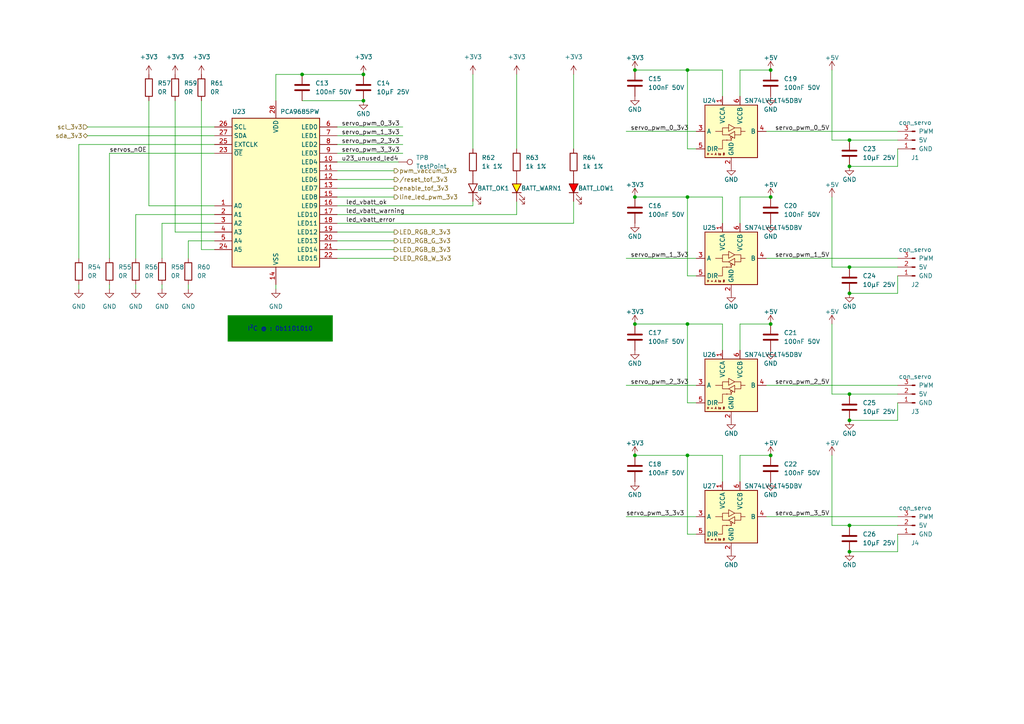
<source format=kicad_sch>
(kicad_sch (version 20230121) (generator eeschema)
  (paper "A4")
  (lib_symbols
    (symbol "cocotter_capacitors:C_100nF_50V_0603" (pin_numbers hide) (pin_names (offset 0.254))
      (property "Reference" "C" (at 0.635 2.54 0))
      (property "Value" "100nF 50V" (at 0.635 -2.54 0))
      (symbol "C_100nF_50V_0603_0_1"
        (polyline (pts (xy -2.032 -0.762) (xy 2.032 -0.762)) (stroke (width 0.508)))
        (polyline (pts (xy -2.032 0.762) (xy 2.032 0.762)) (stroke (width 0.508)))
      )
      (symbol "C_100nF_50V_0603_1_1"
        (pin passive line (at 0 3.81 270) (length 2.794) (name "~") (number "1"))
        (pin passive line (at 0 -3.81 90) (length 2.794) (name "~") (number "2"))
      )
    )
    (symbol "cocotter_capacitors:C_10µF_16V_0805_X5R" (pin_numbers hide) (pin_names (offset 0.254))
      (property "Reference" "C" (at 0.635 2.54 0))
      (property "Value" "10µF 25V" (at 0.635 -2.54 0))
      (symbol "C_10µF_16V_0805_X5R_0_1"
        (polyline (pts (xy -2.032 -0.762) (xy 2.032 -0.762)) (stroke (width 0.508)))
        (polyline (pts (xy -2.032 0.762) (xy 2.032 0.762)) (stroke (width 0.508)))
      )
      (symbol "C_10µF_16V_0805_X5R_1_1"
        (pin passive line (at 0 3.81 270) (length 2.794) (name "~") (number "1"))
        (pin passive line (at 0 -3.81 90) (length 2.794) (name "~") (number "2"))
      )
    )
    (symbol "cocotter_connectors:con_servo" (pin_names (offset 1.016))
      (property "Reference" "J" (at 0 5.08 0))
      (property "Value" "con_servo" (at 0 -5.08 0))
      (symbol "con_servo_1_1"
        (polyline (pts (xy 1.27 -2.54) (xy 0.8636 -2.54)) (stroke (width 0.1524)))
        (polyline (pts (xy 1.27 0) (xy 0.8636 0)) (stroke (width 0.1524)))
        (polyline (pts (xy 1.27 2.54) (xy 0.8636 2.54)) (stroke (width 0.1524)))
        (rectangle (start 0.8636 -2.413) (end 0 -2.667) (stroke (width 0.1524)) (fill (type outline)))
        (rectangle (start 0.8636 0.127) (end 0 -0.127) (stroke (width 0.1524)) (fill (type outline)))
        (rectangle (start 0.8636 2.667) (end 0 2.413) (stroke (width 0.1524)) (fill (type outline)))
        (pin passive line (at 5.08 2.54 180) (length 5.08) (name "GND") (number "1"))
        (pin passive line (at 5.08 0 180) (length 5.08) (name "5V") (number "2"))
        (pin passive line (at 5.08 -2.54 180) (length 5.08) (name "PWM") (number "3"))
      )
    )
    (symbol "cocotter_diodes:red_led_0603" (pin_numbers hide) (pin_names (offset 1.016) hide)
      (property "Reference" "D" (at 0 2.54 0))
      (symbol "red_led_0603_0_1"
        (polyline (pts (xy -1.27 -1.27) (xy -1.27 1.27)) (stroke (width 0.254)))
        (polyline (pts (xy -3.048 -0.762) (xy -4.572 -2.286) (xy -3.81 -2.286) (xy -4.572 -2.286) (xy -4.572 -1.524)))
        (polyline (pts (xy -1.778 -0.762) (xy -3.302 -2.286) (xy -2.54 -2.286) (xy -3.302 -2.286) (xy -3.302 -1.524)))
      )
      (symbol "red_led_0603_1_1"
        (polyline (pts (xy 1.27 -1.27) (xy 1.27 1.27) (xy -1.27 0) (xy 1.27 -1.27)) (stroke (width 0.254)) (fill (type color) (color 255 0 0 1)))
        (pin passive line (at 3.81 0 180) (length 2.54) (name "A") (number "A"))
        (pin passive line (at -3.81 0 0) (length 2.54) (name "C") (number "C"))
      )
    )
    (symbol "cocotter_diodes:white_led_0603" (pin_numbers hide) (pin_names (offset 1.016) hide)
      (property "Reference" "D" (at 0 2.54 0))
      (symbol "white_led_0603_0_1"
        (polyline (pts (xy -1.27 -1.27) (xy -1.27 1.27)) (stroke (width 0.254)))
        (polyline (pts (xy -3.048 -0.762) (xy -4.572 -2.286) (xy -3.81 -2.286) (xy -4.572 -2.286) (xy -4.572 -1.524)))
        (polyline (pts (xy -1.778 -0.762) (xy -3.302 -2.286) (xy -2.54 -2.286) (xy -3.302 -2.286) (xy -3.302 -1.524)))
      )
      (symbol "white_led_0603_1_1"
        (polyline (pts (xy 1.27 -1.27) (xy 1.27 1.27) (xy -1.27 0) (xy 1.27 -1.27)) (stroke (width 0.254)) (fill (type color) (color 255 255 255 1)))
        (pin passive line (at 3.81 0 180) (length 2.54) (name "A") (number "A"))
        (pin passive line (at -3.81 0 0) (length 2.54) (name "C") (number "C"))
      )
    )
    (symbol "cocotter_diodes:yellow_led_0805" (pin_numbers hide) (pin_names (offset 1.016) hide)
      (property "Reference" "D" (at 0 2.54 0))
      (symbol "yellow_led_0805_0_1"
        (polyline (pts (xy -1.27 -1.27) (xy -1.27 1.27)) (stroke (width 0.254)))
        (polyline (pts (xy -3.048 -0.762) (xy -4.572 -2.286) (xy -3.81 -2.286) (xy -4.572 -2.286) (xy -4.572 -1.524)))
        (polyline (pts (xy -1.778 -0.762) (xy -3.302 -2.286) (xy -2.54 -2.286) (xy -3.302 -2.286) (xy -3.302 -1.524)))
      )
      (symbol "yellow_led_0805_1_1"
        (polyline (pts (xy 1.27 -1.27) (xy 1.27 1.27) (xy -1.27 0) (xy 1.27 -1.27)) (stroke (width 0.254)) (fill (type color) (color 255 255 0 1)))
        (pin passive line (at 3.81 0 180) (length 2.54) (name "A") (number "A"))
        (pin passive line (at -3.81 0 0) (length 2.54) (name "C") (number "C"))
      )
    )
    (symbol "cocotter_ic:PCA9685PW"
      (property "Reference" "U" (at -12.7 22.225 0))
      (property "Value" "PCA9685PW" (at 1.27 22.225 0))
      (symbol "PCA9685PW_0_1"
        (rectangle (start -12.7 20.32) (end 12.7 -22.86) (stroke (width 0.254)) (fill (type background)))
      )
      (symbol "PCA9685PW_1_1"
        (pin input line (at -17.78 -5.08 0) (length 5.08) (name "A0") (number "1"))
        (pin output line (at 17.78 7.62 180) (length 5.08) (name "LED4") (number "10"))
        (pin output line (at 17.78 5.08 180) (length 5.08) (name "LED5") (number "11"))
        (pin output line (at 17.78 2.54 180) (length 5.08) (name "LED6") (number "12"))
        (pin output line (at 17.78 0 180) (length 5.08) (name "LED7") (number "13"))
        (pin power_in line (at 0 -27.94 90) (length 5.08) (name "VSS") (number "14"))
        (pin output line (at 17.78 -2.54 180) (length 5.08) (name "LED8") (number "15"))
        (pin output line (at 17.78 -5.08 180) (length 5.08) (name "LED9") (number "16"))
        (pin output line (at 17.78 -7.62 180) (length 5.08) (name "LED10") (number "17"))
        (pin output line (at 17.78 -10.16 180) (length 5.08) (name "LED11") (number "18"))
        (pin output line (at 17.78 -12.7 180) (length 5.08) (name "LED12") (number "19"))
        (pin input line (at -17.78 -7.62 0) (length 5.08) (name "A1") (number "2"))
        (pin output line (at 17.78 -15.24 180) (length 5.08) (name "LED13") (number "20"))
        (pin output line (at 17.78 -17.78 180) (length 5.08) (name "LED14") (number "21"))
        (pin output line (at 17.78 -20.32 180) (length 5.08) (name "LED15") (number "22"))
        (pin input line (at -17.78 10.16 0) (length 5.08) (name "~{OE}") (number "23"))
        (pin input line (at -17.78 -17.78 0) (length 5.08) (name "A5") (number "24"))
        (pin input line (at -17.78 12.7 0) (length 5.08) (name "EXTCLK") (number "25"))
        (pin input line (at -17.78 17.78 0) (length 5.08) (name "SCL") (number "26"))
        (pin bidirectional line (at -17.78 15.24 0) (length 5.08) (name "SDA") (number "27"))
        (pin power_in line (at 0 25.4 270) (length 5.08) (name "VDD") (number "28"))
        (pin input line (at -17.78 -10.16 0) (length 5.08) (name "A2") (number "3"))
        (pin input line (at -17.78 -12.7 0) (length 5.08) (name "A3") (number "4"))
        (pin input line (at -17.78 -15.24 0) (length 5.08) (name "A4") (number "5"))
        (pin output line (at 17.78 17.78 180) (length 5.08) (name "LED0") (number "6"))
        (pin output line (at 17.78 15.24 180) (length 5.08) (name "LED1") (number "7"))
        (pin output line (at 17.78 12.7 180) (length 5.08) (name "LED2") (number "8"))
        (pin output line (at 17.78 10.16 180) (length 5.08) (name "LED3") (number "9"))
      )
    )
    (symbol "cocotter_ic:SN74LVC1T45DBV"
      (property "Reference" "U" (at -6.35 8.89 0))
      (property "Value" "SN74LVC1T45DBV" (at 3.81 8.89 0))
      (symbol "SN74LVC1T45DBV_0_1"
        (rectangle (start -7.62 7.62) (end 7.62 -7.62) (stroke (width 0.254)) (fill (type background)))
        (circle (center -1.27 -2.54) (radius 0.0001))
        (circle (center 0 -2.54) (radius 0.0001))
        (polyline (pts (xy -1.27 -2.54) (xy -1.27 -2.54)))
        (polyline (pts (xy -2.54 0) (xy -2.54 1.016) (xy -0.762 1.016)))
        (polyline (pts (xy 2.794 0) (xy 2.794 -1.016) (xy 1.016 -1.016)))
        (polyline (pts (xy -0.762 -1.016) (xy -2.54 -1.016) (xy -2.54 0) (xy -4.572 0)))
        (polyline (pts (xy -0.762 0) (xy -0.762 2.032) (xy 1.016 1.016) (xy -0.762 0)))
        (polyline (pts (xy 1.016 1.016) (xy 2.794 1.016) (xy 2.794 0) (xy 4.064 0)))
        (polyline (pts (xy 1.016 0) (xy 1.016 -1.778) (xy 1.016 -2.032) (xy -0.762 -1.016) (xy 1.016 0)))
        (polyline (pts (xy -3.81 -5.08) (xy -2.54 -5.08) (xy -2.54 -2.54) (xy 0 -2.54) (xy 0 -2.0585) (xy 0 -2.54)))
        (circle (center 0.0186 -1.7781) (radius 0.2714))
      )
      (symbol "SN74LVC1T45DBV_1_1"
        (text "H = A to B" (at -4.4852 -6.5911 0) (effects (font (size 0.6 0.6) italic)))
        (pin power_in line (at -2.54 10.16 270) (length 2.54) (name "VCCA") (number "1"))
        (pin passive line (at 0 -10.16 90) (length 2.54) (name "GND") (number "2"))
        (pin bidirectional line (at -10.16 0 0) (length 2.54) (name "A") (number "3"))
        (pin bidirectional line (at 10.16 0 180) (length 2.54) (name "B") (number "4"))
        (pin input line (at -10.16 -5.08 0) (length 2.54) (name "DIR") (number "5"))
        (pin power_in line (at 2.54 10.16 270) (length 2.54) (name "VCCB") (number "6"))
      )
    )
    (symbol "cocotter_others:TestPoint" (pin_numbers hide) (pin_names (offset 0.762) hide) (in_bom no)
      (property "Reference" "TP" (at 0 6.858 0))
      (property "Value" "TestPoint" (at 0 5.08 0))
      (symbol "TestPoint_0_1"
        (circle (center 0 3.302) (radius 0.762))
      )
      (symbol "TestPoint_1_1"
        (pin passive line (at 0 0 90) (length 2.54) (name "1") (number "1"))
      )
    )
    (symbol "cocotter_resistors:R_0R_0603" (pin_numbers hide) (pin_names (offset 0))
      (property "Reference" "R" (at 1.27 1.27 0))
      (property "Value" "0R" (at 3.81 -1.27 0))
      (symbol "R_0R_0603_0_1"
        (rectangle (start -1.016 -2.54) (end 1.016 2.54) (stroke (width 0.254)))
      )
      (symbol "R_0R_0603_1_1"
        (pin passive line (at 0 3.81 270) (length 1.27) (name "~") (number "1"))
        (pin passive line (at 0 -3.81 90) (length 1.27) (name "~") (number "2"))
      )
    )
    (symbol "cocotter_resistors:R_1k_0603_1%" (pin_numbers hide) (pin_names (offset 0))
      (property "Reference" "R" (at 1.27 1.27 0))
      (property "Value" "1k 1%" (at 3.81 -1.27 0))
      (symbol "R_1k_0603_1%_0_1"
        (rectangle (start -1.016 -2.54) (end 1.016 2.54) (stroke (width 0.254)))
      )
      (symbol "R_1k_0603_1%_1_1"
        (pin passive line (at 0 3.81 270) (length 1.27) (name "~") (number "1"))
        (pin passive line (at 0 -3.81 90) (length 1.27) (name "~") (number "2"))
      )
    )
    (symbol "power:+3V3" (power) (pin_names (offset 0))
      (property "Value" "+3V3" (at 0 3.556 0))
      (symbol "+3V3_0_1"
        (polyline (pts (xy -0.762 1.27) (xy 0 2.54)))
        (polyline (pts (xy 0 0) (xy 0 2.54)))
        (polyline (pts (xy 0 2.54) (xy 0.762 1.27)))
      )
      (symbol "+3V3_1_1"
        (pin power_in line (at 0 0 90) (length 0) hide (name "+3V3") (number "1"))
      )
    )
    (symbol "power:+5V" (power) (pin_names (offset 0))
      (property "Value" "+5V" (at 0 3.556 0))
      (symbol "+5V_0_1"
        (polyline (pts (xy -0.762 1.27) (xy 0 2.54)))
        (polyline (pts (xy 0 0) (xy 0 2.54)))
        (polyline (pts (xy 0 2.54) (xy 0.762 1.27)))
      )
      (symbol "+5V_1_1"
        (pin power_in line (at 0 0 90) (length 0) hide (name "+5V") (number "1"))
      )
    )
    (symbol "power:GND" (power) (pin_names (offset 0))
      (property "Value" "GND" (at 0 -3.81 0))
      (symbol "GND_0_1"
        (polyline (pts (xy 0 0) (xy 0 -1.27) (xy 1.27 -1.27) (xy 0 -2.54) (xy -1.27 -1.27) (xy 0 -1.27)))
      )
      (symbol "GND_1_1"
        (pin power_in line (at 0 0 270) (length 0) hide (name "GND") (number "1"))
      )
    )
  )
  (junction (at 246.38 85.09))
  (junction (at 87.63 21.59))
  (junction (at 199.39 93.98))
  (junction (at 246.38 152.4))
  (junction (at 223.52 57.15))
  (junction (at 184.15 132.08))
  (junction (at 199.39 20.32))
  (junction (at 184.15 57.15))
  (junction (at 223.52 20.32))
  (junction (at 105.41 29.21))
  (junction (at 223.52 132.08))
  (junction (at 246.38 160.02))
  (junction (at 246.38 114.3))
  (junction (at 199.39 132.08))
  (junction (at 184.15 20.32))
  (junction (at 246.38 121.92))
  (junction (at 184.15 93.98))
  (junction (at 246.38 77.47))
  (junction (at 246.38 48.26))
  (junction (at 223.52 93.98))
  (junction (at 246.38 40.64))
  (junction (at 105.41 21.59))
  (junction (at 199.39 57.15))
  (wire (pts (xy 222.25 149.86) (xy 260.35 149.86)))
  (wire (pts (xy 97.79 69.85) (xy 114.3 69.85)))
  (wire (pts (xy 97.79 64.77) (xy 166.37 64.77)))
  (wire (pts (xy 223.52 57.15) (xy 214.63 57.15)))
  (wire (pts (xy 62.23 36.83) (xy 25.4 36.83)))
  (wire (pts (xy 97.79 67.31) (xy 114.3 67.31)))
  (wire (pts (xy 46.99 82.55) (xy 46.99 83.82)))
  (wire (pts (xy 260.35 160.02) (xy 260.35 154.94)))
  (wire (pts (xy 62.23 69.85) (xy 54.61 69.85)))
  (wire (pts (xy 241.3 40.64) (xy 246.38 40.64)))
  (wire (pts (xy 58.42 29.21) (xy 58.42 72.39)))
  (wire (pts (xy 39.37 62.23) (xy 39.37 74.93)))
  (wire (pts (xy 87.63 29.21) (xy 105.41 29.21)))
  (wire (pts (xy 22.86 82.55) (xy 22.86 83.82)))
  (wire (pts (xy 181.61 38.1) (xy 201.93 38.1)))
  (wire (pts (xy 199.39 93.98) (xy 199.39 116.84)))
  (wire (pts (xy 201.93 80.01) (xy 199.39 80.01)))
  (wire (pts (xy 246.38 152.4) (xy 260.35 152.4)))
  (wire (pts (xy 199.39 57.15) (xy 209.55 57.15)))
  (wire (pts (xy 62.23 64.77) (xy 46.99 64.77)))
  (wire (pts (xy 80.01 21.59) (xy 87.63 21.59)))
  (wire (pts (xy 214.63 93.98) (xy 214.63 101.6)))
  (wire (pts (xy 222.25 38.1) (xy 260.35 38.1)))
  (wire (pts (xy 241.3 93.98) (xy 241.3 114.3)))
  (wire (pts (xy 246.38 40.64) (xy 260.35 40.64)))
  (wire (pts (xy 209.55 93.98) (xy 209.55 101.6)))
  (wire (pts (xy 97.79 36.83) (xy 116.84 36.83)))
  (wire (pts (xy 260.35 85.09) (xy 260.35 80.01)))
  (wire (pts (xy 184.15 132.08) (xy 199.39 132.08)))
  (wire (pts (xy 199.39 20.32) (xy 209.55 20.32)))
  (wire (pts (xy 199.39 93.98) (xy 209.55 93.98)))
  (wire (pts (xy 181.61 149.86) (xy 201.93 149.86)))
  (wire (pts (xy 184.15 57.15) (xy 199.39 57.15)))
  (wire (pts (xy 181.61 74.93) (xy 201.93 74.93)))
  (wire (pts (xy 246.38 77.47) (xy 260.35 77.47)))
  (wire (pts (xy 209.55 132.08) (xy 209.55 139.7)))
  (wire (pts (xy 22.86 41.91) (xy 22.86 74.93)))
  (wire (pts (xy 201.93 154.94) (xy 199.39 154.94)))
  (wire (pts (xy 39.37 82.55) (xy 39.37 83.82)))
  (wire (pts (xy 62.23 41.91) (xy 22.86 41.91)))
  (wire (pts (xy 25.4 39.37) (xy 62.23 39.37)))
  (wire (pts (xy 246.38 160.02) (xy 260.35 160.02)))
  (wire (pts (xy 222.25 111.76) (xy 260.35 111.76)))
  (wire (pts (xy 31.75 44.45) (xy 62.23 44.45)))
  (wire (pts (xy 137.16 21.59) (xy 137.16 43.18)))
  (wire (pts (xy 223.52 132.08) (xy 214.63 132.08)))
  (wire (pts (xy 62.23 62.23) (xy 39.37 62.23)))
  (wire (pts (xy 166.37 21.59) (xy 166.37 43.18)))
  (wire (pts (xy 31.75 82.55) (xy 31.75 83.82)))
  (wire (pts (xy 166.37 58.42) (xy 166.37 64.77)))
  (wire (pts (xy 260.35 48.26) (xy 260.35 43.18)))
  (wire (pts (xy 222.25 74.93) (xy 260.35 74.93)))
  (wire (pts (xy 31.75 74.93) (xy 31.75 44.45)))
  (wire (pts (xy 97.79 57.15) (xy 114.3 57.15)))
  (wire (pts (xy 241.3 77.47) (xy 246.38 77.47)))
  (wire (pts (xy 199.39 20.32) (xy 199.39 43.18)))
  (wire (pts (xy 97.79 59.69) (xy 137.16 59.69)))
  (wire (pts (xy 50.8 29.21) (xy 50.8 67.31)))
  (wire (pts (xy 80.01 21.59) (xy 80.01 29.21)))
  (wire (pts (xy 260.35 121.92) (xy 260.35 116.84)))
  (wire (pts (xy 201.93 43.18) (xy 199.39 43.18)))
  (wire (pts (xy 209.55 57.15) (xy 209.55 64.77)))
  (wire (pts (xy 241.3 132.08) (xy 241.3 152.4)))
  (wire (pts (xy 97.79 39.37) (xy 116.84 39.37)))
  (wire (pts (xy 214.63 132.08) (xy 214.63 139.7)))
  (wire (pts (xy 137.16 58.42) (xy 137.16 59.69)))
  (wire (pts (xy 97.79 72.39) (xy 114.3 72.39)))
  (wire (pts (xy 62.23 72.39) (xy 58.42 72.39)))
  (wire (pts (xy 97.79 44.45) (xy 116.84 44.45)))
  (wire (pts (xy 201.93 116.84) (xy 199.39 116.84)))
  (wire (pts (xy 149.86 58.42) (xy 149.86 62.23)))
  (wire (pts (xy 184.15 93.98) (xy 199.39 93.98)))
  (wire (pts (xy 43.18 29.21) (xy 43.18 59.69)))
  (wire (pts (xy 241.3 20.32) (xy 241.3 40.64)))
  (wire (pts (xy 54.61 82.55) (xy 54.61 83.82)))
  (wire (pts (xy 241.3 57.15) (xy 241.3 77.47)))
  (wire (pts (xy 97.79 74.93) (xy 114.3 74.93)))
  (wire (pts (xy 223.52 93.98) (xy 214.63 93.98)))
  (wire (pts (xy 209.55 20.32) (xy 209.55 27.94)))
  (wire (pts (xy 241.3 152.4) (xy 246.38 152.4)))
  (wire (pts (xy 199.39 132.08) (xy 199.39 154.94)))
  (wire (pts (xy 214.63 57.15) (xy 214.63 64.77)))
  (wire (pts (xy 62.23 59.69) (xy 43.18 59.69)))
  (wire (pts (xy 46.99 64.77) (xy 46.99 74.93)))
  (wire (pts (xy 97.79 46.99) (xy 115.57 46.99)))
  (wire (pts (xy 199.39 57.15) (xy 199.39 80.01)))
  (wire (pts (xy 184.15 20.32) (xy 199.39 20.32)))
  (wire (pts (xy 246.38 48.26) (xy 260.35 48.26)))
  (wire (pts (xy 114.3 49.53) (xy 97.79 49.53)))
  (wire (pts (xy 80.01 83.82) (xy 80.01 82.55)))
  (wire (pts (xy 54.61 69.85) (xy 54.61 74.93)))
  (wire (pts (xy 87.63 21.59) (xy 105.41 21.59)))
  (wire (pts (xy 199.39 132.08) (xy 209.55 132.08)))
  (wire (pts (xy 62.23 67.31) (xy 50.8 67.31)))
  (wire (pts (xy 241.3 114.3) (xy 246.38 114.3)))
  (wire (pts (xy 97.79 54.61) (xy 114.3 54.61)))
  (wire (pts (xy 97.79 41.91) (xy 116.84 41.91)))
  (wire (pts (xy 181.61 111.76) (xy 201.93 111.76)))
  (wire (pts (xy 97.79 52.07) (xy 114.3 52.07)))
  (wire (pts (xy 223.52 20.32) (xy 214.63 20.32)))
  (wire (pts (xy 149.86 43.18) (xy 149.86 21.59)))
  (wire (pts (xy 246.38 114.3) (xy 260.35 114.3)))
  (wire (pts (xy 97.79 62.23) (xy 149.86 62.23)))
  (wire (pts (xy 214.63 20.32) (xy 214.63 27.94)))
  (wire (pts (xy 246.38 85.09) (xy 260.35 85.09)))
  (wire (pts (xy 246.38 121.92) (xy 260.35 121.92)))
  (text_box "I²C @ : 0b1101010" (at 66.04 91.44 0) (size 30.48 7.62) (stroke (width -0.0001)) (fill (type color) (color 0 132 0 1)) (effects (font (size 1.27 1.27))))
  (label "servos_nOE" (at 31.75 44.45 0))
  (label "servo_pwm_1_5V" (at 224.79 74.93 0))
  (label "servo_pwm_0_5V" (at 224.79 38.1 0))
  (label "led_vbatt_warning" (at 100.33 62.23 0))
  (label "servo_pwm_2_3v3" (at 99.06 41.91 0))
  (label "servo_pwm_1_3v3" (at 182.88 74.93 0))
  (label "servo_pwm_3_5V" (at 224.79 149.86 0))
  (label "u23_unused_led4" (at 99.06 46.99 0))
  (label "led_vbatt_error" (at 100.33 64.77 0))
  (label "servo_pwm_0_3v3" (at 99.06 36.83 0))
  (label "servo_pwm_2_5V" (at 224.79 111.76 0))
  (label "servo_pwm_3_3v3" (at 99.06 44.45 0))
  (label "servo_pwm_3_3v3" (at 181.61 149.86 0))
  (label "led_vbatt_ok" (at 100.33 59.69 0))
  (label "servo_pwm_2_3v3" (at 182.88 111.76 0))
  (label "servo_pwm_0_3v3" (at 182.88 38.1 0))
  (label "servo_pwm_1_3v3" (at 99.06 39.37 0))
  (hierarchical_label "{slash}reset_tof_3v3" (shape output) (at 114.3 52.07 0))
  (hierarchical_label "sda_3v3" (shape bidirectional) (at 25.4 39.37 180))
  (hierarchical_label "line_led_pwm_3v3" (shape output) (at 114.3 57.15 0))
  (hierarchical_label "LED_RGB_G_3v3" (shape output) (at 114.3 69.85 0))
  (hierarchical_label "LED_RGB_R_3v3" (shape output) (at 114.3 67.31 0))
  (hierarchical_label "enable_tof_3v3" (shape output) (at 114.3 54.61 0))
  (hierarchical_label "pwm_vaccum_3v3" (shape output) (at 114.3 49.53 0))
  (hierarchical_label "scl_3v3" (shape input) (at 25.4 36.83 180))
  (hierarchical_label "LED_RGB_B_3v3" (shape output) (at 114.3 72.39 0))
  (hierarchical_label "LED_RGB_W_3v3" (shape output) (at 114.3 74.93 0))
  (symbol (lib_id "power:GND") (at 212.09 121.92 0) (unit 1)
    (property "Reference" "#PWR0201" (effects hide))
    (property "Value" "GND" (at 212.09 125.73 0))
  )
  (symbol (lib_id "cocotter_ic:PCA9685PW") (at 80.01 54.61 0) (unit 1)
    (property "Reference" "U23" (at 67.31 32.385 0) (effects (justify left)))
    (property "Value" "PCA9685PW" (at 81.28 32.385 0) (effects (justify left)))
    (property "Footprint" "Package_SO:TSSOP-28_4.4x9.7mm_P0.65mm" (effects hide))
    (property "Datasheet" "http://www.nxp.com/docs/en/data-sheet/PCA9685.pdf" (effects hide))
    (property "JLCPCB" "C2678753" (effects hide))
  )
  (symbol (lib_id "power:+3V3") (at 184.15 132.08 0) (unit 1)
    (property "Reference" "#PWR0205" (effects hide))
    (property "Value" "+3V3" (at 184.15 128.524 0))
  )
  (symbol (lib_id "cocotter_capacitors:C_100nF_50V_0603") (at 223.52 60.96 0) (unit 1)
    (property "Reference" "C20" (at 227.33 59.69 0) (effects (justify left)))
    (property "Value" "100nF 50V" (at 227.33 62.23 0) (effects (justify left)))
    (property "Footprint" "cocotter_capacitors:C_0603_1608Metric" (effects hide))
    (property "Specification" "100nF 50V X7R 0603 " (effects hide))
    (property "JLCPCB" "C14663" (effects hide))
  )
  (symbol (lib_id "cocotter_capacitors:C_100nF_50V_0603") (at 223.52 24.13 0) (unit 1)
    (property "Reference" "C19" (at 227.33 22.86 0) (effects (justify left)))
    (property "Value" "100nF 50V" (at 227.33 25.4 0) (effects (justify left)))
    (property "Footprint" "cocotter_capacitors:C_0603_1608Metric" (effects hide))
    (property "Specification" "100nF 50V X7R 0603 " (effects hide))
    (property "JLCPCB" "C14663" (effects hide))
  )
  (symbol (lib_id "cocotter_capacitors:C_10µF_16V_0805_X5R") (at 246.38 44.45 0) (unit 1)
    (property "Reference" "C23" (at 250.19 43.18 0) (effects (justify left)))
    (property "Value" "10µF 25V" (at 250.19 45.72 0) (effects (justify left)))
    (property "Footprint" "cocotter_capacitors:C_0805_2012Metric" (effects hide))
    (property "Specification" "10µF 25V X5R 0805 " (effects hide))
    (property "JLCPCB" "C15850" (effects hide))
  )
  (symbol (lib_id "power:+5V") (at 223.52 93.98 0) (unit 1)
    (property "Reference" "#PWR0212" (effects hide))
    (property "Value" "+5V" (at 223.52 90.424 0))
  )
  (symbol (lib_id "cocotter_capacitors:C_10µF_16V_0805_X5R") (at 246.38 156.21 0) (unit 1)
    (property "Reference" "C26" (at 250.19 154.94 0) (effects (justify left)))
    (property "Value" "10µF 25V" (at 250.19 157.48 0) (effects (justify left)))
    (property "Footprint" "cocotter_capacitors:C_0805_2012Metric" (effects hide))
    (property "Specification" "10µF 25V X5R 0805 " (effects hide))
    (property "JLCPCB" "C15850" (effects hide))
  )
  (symbol (lib_id "cocotter_resistors:R_1k_0603_1%") (at 137.16 46.99 0) (unit 1)
    (property "Reference" "R62" (at 139.7 45.72 0) (effects (justify left)))
    (property "Value" "1k 1%" (at 139.7 48.26 0) (effects (justify left)))
    (property "Footprint" "cocotter_resistor:r0603_reflow" (effects hide))
    (property "Specification" "1k 0603 1% 100mW" (effects hide))
    (property "JLCPCB" "C2991540" (effects hide))
  )
  (symbol (lib_id "cocotter_resistors:R_0R_0603") (at 39.37 78.74 0) (unit 1)
    (property "Reference" "R56" (at 41.91 77.47 0) (effects (justify left)))
    (property "Value" "0R" (at 41.91 80.01 0) (effects (justify left)))
    (property "Footprint" "cocotter_resistor:r0603_reflow" (effects hide))
    (property "Specification" "0R 0603 20mOhms max 100mW" (effects hide))
    (property "JLCPCB" "C21189" (effects hide))
  )
  (symbol (lib_id "power:GND") (at 246.38 121.92 0) (unit 1)
    (property "Reference" "#PWR0226" (effects hide))
    (property "Value" "GND" (at 246.38 125.73 0))
  )
  (symbol (lib_id "power:+3V3") (at 184.15 93.98 0) (unit 1)
    (property "Reference" "#PWR0203" (effects hide))
    (property "Value" "+3V3" (at 184.15 90.424 0))
  )
  (symbol (lib_id "cocotter_resistors:R_0R_0603") (at 22.86 78.74 0) (unit 1)
    (property "Reference" "R54" (at 25.4 77.47 0) (effects (justify left)))
    (property "Value" "0R" (at 25.4 80.01 0) (effects (justify left)))
    (property "Footprint" "cocotter_resistor:r0603_reflow" (effects hide))
    (property "Specification" "0R 0603 20mOhms max 100mW" (effects hide))
    (property "JLCPCB" "C21189" (effects hide))
  )
  (symbol (lib_id "cocotter_resistors:R_0R_0603") (at 31.75 78.74 0) (unit 1)
    (property "Reference" "R55" (at 34.29 77.47 0) (effects (justify left)))
    (property "Value" "0R" (at 34.29 80.01 0) (effects (justify left)))
    (property "Footprint" "cocotter_resistor:r0603_reflow" (effects hide))
    (property "Specification" "0R 0603 20mOhms max 100mW" (effects hide))
    (property "JLCPCB" "C21189" (effects hide))
  )
  (symbol (lib_id "cocotter_connectors:con_servo") (at 265.43 114.3 180) (unit 1)
    (property "Reference" "J3" (at 265.43 119.38 0))
    (property "Value" "con_servo" (at 265.43 109.22 0))
    (property "Footprint" "cocotter_connectors:ana_servo_5V" (effects hide))
    (property "JLCPCB" "C2932698" (effects hide))
  )
  (symbol (lib_id "power:GND") (at 212.09 85.09 0) (unit 1)
    (property "Reference" "#PWR0213" (effects hide))
    (property "Value" "GND" (at 212.09 88.9 0))
  )
  (symbol (lib_id "power:GND") (at 212.09 48.26 0) (unit 1)
    (property "Reference" "#PWR0190" (effects hide))
    (property "Value" "GND" (at 212.09 52.07 0))
  )
  (symbol (lib_id "power:+3V3") (at 149.86 21.59 0) (unit 1)
    (property "Reference" "#PWR0227" (effects hide))
    (property "Value" "+3V3" (at 149.86 16.51 0))
  )
  (symbol (lib_id "power:GND") (at 246.38 48.26 0) (unit 1)
    (property "Reference" "#PWR0210" (effects hide))
    (property "Value" "GND" (at 246.38 52.07 0))
  )
  (symbol (lib_id "power:+5V") (at 241.3 20.32 0) (unit 1)
    (property "Reference" "#PWR0195" (effects hide))
    (property "Value" "+5V" (at 241.3 16.764 0))
  )
  (symbol (lib_id "cocotter_resistors:R_0R_0603") (at 50.8 25.4 0) (unit 1)
    (property "Reference" "R59" (at 53.34 24.13 0) (effects (justify left)))
    (property "Value" "0R" (at 53.34 26.67 0) (effects (justify left)))
    (property "Footprint" "cocotter_resistor:r0603_reflow" (effects hide))
    (property "Specification" "0R 0603 20mOhms max 100mW" (effects hide))
    (property "JLCPCB" "C21189" (effects hide))
  )
  (symbol (lib_id "power:GND") (at 212.09 160.02 0) (unit 1)
    (property "Reference" "#PWR0202" (effects hide))
    (property "Value" "GND" (at 212.09 163.83 0))
  )
  (symbol (lib_id "power:GND") (at 31.75 83.82 0) (unit 1)
    (property "Reference" "#PWR0214" (effects hide))
    (property "Value" "GND" (at 31.75 88.9 0))
  )
  (symbol (lib_id "cocotter_ic:SN74LVC1T45DBV") (at 212.09 111.76 0) (unit 1)
    (property "Reference" "U26" (at 205.74 102.87 0))
    (property "Value" "SN74LVC1T45DBV" (at 215.9 102.87 0) (effects (justify left)))
    (property "Footprint" "Package_TO_SOT_SMD:SOT-23-6" (effects hide))
    (property "Datasheet" "http://www.ti.com/lit/ds/symlink/sn74lvc1t45.pdf" (effects hide))
    (property "JLCPCB" "C7843" (effects hide))
  )
  (symbol (lib_id "power:+3V3") (at 105.41 21.59 0) (unit 1)
    (property "Reference" "#PWR0189" (effects hide))
    (property "Value" "+3V3" (at 105.41 16.51 0))
  )
  (symbol (lib_id "cocotter_capacitors:C_100nF_50V_0603") (at 184.15 24.13 0) (unit 1)
    (property "Reference" "C15" (at 187.96 22.86 0) (effects (justify left)))
    (property "Value" "100nF 50V" (at 187.96 25.4 0) (effects (justify left)))
    (property "Footprint" "cocotter_capacitors:C_0603_1608Metric" (effects hide))
    (property "Specification" "100nF 50V X7R 0603 " (effects hide))
    (property "JLCPCB" "C14663" (effects hide))
  )
  (symbol (lib_id "power:GND") (at 80.01 83.82 0) (unit 1)
    (property "Reference" "#PWR0216" (effects hide))
    (property "Value" "GND" (at 80.01 88.9 0))
  )
  (symbol (lib_id "power:+5V") (at 223.52 20.32 0) (unit 1)
    (property "Reference" "#PWR0196" (effects hide))
    (property "Value" "+5V" (at 223.52 16.764 0))
  )
  (symbol (lib_id "cocotter_connectors:con_servo") (at 265.43 77.47 180) (unit 1)
    (property "Reference" "J2" (at 265.43 82.55 0))
    (property "Value" "con_servo" (at 265.43 72.39 0))
    (property "Footprint" "cocotter_connectors:ana_servo_5V" (effects hide))
    (property "JLCPCB" "C2932698" (effects hide))
  )
  (symbol (lib_id "cocotter_capacitors:C_100nF_50V_0603") (at 184.15 60.96 0) (unit 1)
    (property "Reference" "C16" (at 187.96 59.69 0) (effects (justify left)))
    (property "Value" "100nF 50V" (at 187.96 62.23 0) (effects (justify left)))
    (property "Footprint" "cocotter_capacitors:C_0603_1608Metric" (effects hide))
    (property "Specification" "100nF 50V X7R 0603 " (effects hide))
    (property "JLCPCB" "C14663" (effects hide))
  )
  (symbol (lib_id "power:+3V3") (at 58.42 21.59 0) (unit 1)
    (property "Reference" "#PWR0220" (effects hide))
    (property "Value" "+3V3" (at 58.42 16.51 0))
  )
  (symbol (lib_id "power:+5V") (at 223.52 132.08 0) (unit 1)
    (property "Reference" "#PWR0207" (effects hide))
    (property "Value" "+5V" (at 223.52 128.524 0))
  )
  (symbol (lib_id "cocotter_resistors:R_0R_0603") (at 58.42 25.4 0) (unit 1)
    (property "Reference" "R61" (at 60.96 24.13 0) (effects (justify left)))
    (property "Value" "0R" (at 60.96 26.67 0) (effects (justify left)))
    (property "Footprint" "cocotter_resistor:r0603_reflow" (effects hide))
    (property "Specification" "0R 0603 20mOhms max 100mW" (effects hide))
    (property "JLCPCB" "C21189" (effects hide))
  )
  (symbol (lib_id "power:+3V3") (at 166.37 21.59 0) (unit 1)
    (property "Reference" "#PWR0228" (effects hide))
    (property "Value" "+3V3" (at 166.37 16.51 0))
  )
  (symbol (lib_id "power:GND") (at 246.38 160.02 0) (unit 1)
    (property "Reference" "#PWR0223" (effects hide))
    (property "Value" "GND" (at 246.38 163.83 0))
  )
  (symbol (lib_id "cocotter_capacitors:C_100nF_50V_0603") (at 184.15 135.89 0) (unit 1)
    (property "Reference" "C18" (at 187.96 134.62 0) (effects (justify left)))
    (property "Value" "100nF 50V" (at 187.96 137.16 0) (effects (justify left)))
    (property "Footprint" "cocotter_capacitors:C_0603_1608Metric" (effects hide))
    (property "Specification" "100nF 50V X7R 0603 " (effects hide))
    (property "JLCPCB" "C14663" (effects hide))
  )
  (symbol (lib_id "cocotter_connectors:con_servo") (at 265.43 40.64 180) (unit 1)
    (property "Reference" "J1" (at 265.43 45.72 0))
    (property "Value" "con_servo" (at 265.43 35.56 0))
    (property "Footprint" "cocotter_connectors:ana_servo_5V" (effects hide))
    (property "JLCPCB" "C2932698" (effects hide))
  )
  (symbol (lib_id "cocotter_capacitors:C_100nF_50V_0603") (at 184.15 97.79 0) (unit 1)
    (property "Reference" "C17" (at 187.96 96.52 0) (effects (justify left)))
    (property "Value" "100nF 50V" (at 187.96 99.06 0) (effects (justify left)))
    (property "Footprint" "cocotter_capacitors:C_0603_1608Metric" (effects hide))
    (property "Specification" "100nF 50V X7R 0603 " (effects hide))
    (property "JLCPCB" "C14663" (effects hide))
  )
  (symbol (lib_id "cocotter_diodes:red_led_0603") (at 166.37 54.61 90) (unit 1)
    (property "Reference" "BATT_LOW1" (at 167.64 54.61 90) (effects (justify right)))
    (property "Value" "red, 0603" (effects hide))
    (property "Footprint" "cocotter_diodes:LED_0603_1608Metric" (effects hide))
    (property "DIGIKEY_REF" "3147-B1931USD-20D000814U1930CT-ND" (effects hide))
    (property "MOUSER_REF" "710-150060RS75000" (effects hide))
    (property "JLCPCB" "C2286" (effects hide))
  )
  (symbol (lib_id "power:GND") (at 246.38 85.09 0) (unit 1)
    (property "Reference" "#PWR0211" (effects hide))
    (property "Value" "GND" (at 246.38 88.9 0))
  )
  (symbol (lib_id "power:+5V") (at 241.3 57.15 0) (unit 1)
    (property "Reference" "#PWR0192" (effects hide))
    (property "Value" "+5V" (at 241.3 53.594 0))
  )
  (symbol (lib_id "power:GND") (at 184.15 64.77 0) (unit 1)
    (property "Reference" "#PWR0198" (effects hide))
    (property "Value" "GND" (at 184.15 68.58 0))
  )
  (symbol (lib_id "power:GND") (at 46.99 83.82 0) (unit 1)
    (property "Reference" "#PWR0217" (effects hide))
    (property "Value" "GND" (at 46.99 88.9 0))
  )
  (symbol (lib_id "power:+3V3") (at 50.8 21.59 0) (unit 1)
    (property "Reference" "#PWR0221" (effects hide))
    (property "Value" "+3V3" (at 50.8 16.51 0))
  )
  (symbol (lib_id "power:+3V3") (at 184.15 57.15 0) (unit 1)
    (property "Reference" "#PWR0191" (effects hide))
    (property "Value" "+3V3" (at 184.15 53.594 0))
  )
  (symbol (lib_id "cocotter_capacitors:C_100nF_50V_0603") (at 87.63 25.4 0) (unit 1)
    (property "Reference" "C13" (at 91.44 24.13 0) (effects (justify left)))
    (property "Value" "100nF 50V" (at 91.44 26.67 0) (effects (justify left)))
    (property "Footprint" "cocotter_capacitors:C_0603_1608Metric" (effects hide))
    (property "Specification" "100nF 50V X7R 0603 " (effects hide))
    (property "JLCPCB" "C14663" (effects hide))
  )
  (symbol (lib_id "power:GND") (at 54.61 83.82 0) (unit 1)
    (property "Reference" "#PWR0218" (effects hide))
    (property "Value" "GND" (at 54.61 88.9 0))
  )
  (symbol (lib_id "cocotter_ic:SN74LVC1T45DBV") (at 212.09 74.93 0) (unit 1)
    (property "Reference" "U25" (at 205.74 66.04 0))
    (property "Value" "SN74LVC1T45DBV" (at 215.9 66.04 0) (effects (justify left)))
    (property "Footprint" "Package_TO_SOT_SMD:SOT-23-6" (effects hide))
    (property "Datasheet" "http://www.ti.com/lit/ds/symlink/sn74lvc1t45.pdf" (effects hide))
    (property "JLCPCB" "C7843" (effects hide))
  )
  (symbol (lib_id "power:GND") (at 39.37 83.82 0) (unit 1)
    (property "Reference" "#PWR0219" (effects hide))
    (property "Value" "GND" (at 39.37 88.9 0))
  )
  (symbol (lib_id "cocotter_ic:SN74LVC1T45DBV") (at 212.09 38.1 0) (unit 1)
    (property "Reference" "U24" (at 205.74 29.21 0))
    (property "Value" "SN74LVC1T45DBV" (at 215.9 29.21 0) (effects (justify left)))
    (property "Footprint" "Package_TO_SOT_SMD:SOT-23-6" (effects hide))
    (property "Datasheet" "http://www.ti.com/lit/ds/symlink/sn74lvc1t45.pdf" (effects hide))
    (property "JLCPCB" "C7843" (effects hide))
  )
  (symbol (lib_id "cocotter_others:TestPoint") (at 115.57 46.99 270) (unit 1) (in_bom no)
    (property "Reference" "TP8" (at 120.65 45.72 90) (effects (justify left)))
    (property "Value" "TestPoint" (at 120.65 48.26 90) (effects (justify left)))
    (property "Footprint" "cocotter_others:testpoint-THT-0.5mm" (effects hide))
  )
  (symbol (lib_id "power:+5V") (at 241.3 93.98 0) (unit 1)
    (property "Reference" "#PWR0209" (effects hide))
    (property "Value" "+5V" (at 241.3 90.424 0))
  )
  (symbol (lib_id "power:GND") (at 105.41 29.21 0) (unit 1)
    (property "Reference" "#PWR0188" (effects hide))
    (property "Value" "GND" (at 105.41 33.02 0))
  )
  (symbol (lib_id "cocotter_ic:SN74LVC1T45DBV") (at 212.09 149.86 0) (unit 1)
    (property "Reference" "U27" (at 205.74 140.97 0))
    (property "Value" "SN74LVC1T45DBV" (at 215.9 140.97 0) (effects (justify left)))
    (property "Footprint" "Package_TO_SOT_SMD:SOT-23-6" (effects hide))
    (property "Datasheet" "http://www.ti.com/lit/ds/symlink/sn74lvc1t45.pdf" (effects hide))
    (property "JLCPCB" "C7843" (effects hide))
  )
  (symbol (lib_id "cocotter_resistors:R_0R_0603") (at 43.18 25.4 0) (unit 1)
    (property "Reference" "R57" (at 45.72 24.13 0) (effects (justify left)))
    (property "Value" "0R" (at 45.72 26.67 0) (effects (justify left)))
    (property "Footprint" "cocotter_resistor:r0603_reflow" (effects hide))
    (property "Specification" "0R 0603 20mOhms max 100mW" (effects hide))
    (property "JLCPCB" "C21189" (effects hide))
  )
  (symbol (lib_id "cocotter_diodes:yellow_led_0805") (at 149.86 54.61 90) (unit 1)
    (property "Reference" "BATT_WARN1" (at 151.13 54.61 90) (effects (justify right)))
    (property "Value" "yellow, 0805" (effects hide))
    (property "Footprint" "cocotter_diodes:LED_0805_2012Metric" (effects hide))
    (property "JLCPCB" "C2296" (effects hide))
  )
  (symbol (lib_id "cocotter_capacitors:C_10µF_16V_0805_X5R") (at 246.38 118.11 0) (unit 1)
    (property "Reference" "C25" (at 250.19 116.84 0) (effects (justify left)))
    (property "Value" "10µF 25V" (at 250.19 119.38 0) (effects (justify left)))
    (property "Footprint" "cocotter_capacitors:C_0805_2012Metric" (effects hide))
    (property "Specification" "10µF 25V X5R 0805 " (effects hide))
    (property "JLCPCB" "C15850" (effects hide))
  )
  (symbol (lib_id "power:+3V3") (at 184.15 20.32 0) (unit 1)
    (property "Reference" "#PWR0199" (effects hide))
    (property "Value" "+3V3" (at 184.15 16.764 0))
  )
  (symbol (lib_id "power:+5V") (at 223.52 57.15 0) (unit 1)
    (property "Reference" "#PWR0193" (effects hide))
    (property "Value" "+5V" (at 223.52 53.594 0))
  )
  (symbol (lib_id "power:GND") (at 223.52 64.77 0) (unit 1)
    (property "Reference" "#PWR0194" (effects hide))
    (property "Value" "GND" (at 223.52 68.58 0))
  )
  (symbol (lib_id "power:+3V3") (at 43.18 21.59 0) (unit 1)
    (property "Reference" "#PWR0222" (effects hide))
    (property "Value" "+3V3" (at 43.18 16.51 0))
  )
  (symbol (lib_id "power:+3V3") (at 137.16 21.59 0) (unit 1)
    (property "Reference" "#PWR0229" (effects hide))
    (property "Value" "+3V3" (at 137.16 16.51 0))
  )
  (symbol (lib_id "cocotter_resistors:R_1k_0603_1%") (at 149.86 46.99 0) (unit 1)
    (property "Reference" "R63" (at 152.4 45.72 0) (effects (justify left)))
    (property "Value" "1k 1%" (at 152.4 48.26 0) (effects (justify left)))
    (property "Footprint" "cocotter_resistor:r0603_reflow" (effects hide))
    (property "Specification" "1k 0603 1% 100mW" (effects hide))
    (property "JLCPCB" "C2991540" (effects hide))
  )
  (symbol (lib_id "cocotter_connectors:con_servo") (at 265.43 152.4 180) (unit 1)
    (property "Reference" "J4" (at 265.43 157.48 0))
    (property "Value" "con_servo" (at 265.43 147.32 0))
    (property "Footprint" "cocotter_connectors:ana_servo_5V" (effects hide))
    (property "JLCPCB" "C2932698" (effects hide))
  )
  (symbol (lib_id "power:GND") (at 223.52 101.6 0) (unit 1)
    (property "Reference" "#PWR0208" (effects hide))
    (property "Value" "GND" (at 223.52 105.41 0))
  )
  (symbol (lib_id "cocotter_capacitors:C_100nF_50V_0603") (at 223.52 97.79 0) (unit 1)
    (property "Reference" "C21" (at 227.33 96.52 0) (effects (justify left)))
    (property "Value" "100nF 50V" (at 227.33 99.06 0) (effects (justify left)))
    (property "Footprint" "cocotter_capacitors:C_0603_1608Metric" (effects hide))
    (property "Specification" "100nF 50V X7R 0603 " (effects hide))
    (property "JLCPCB" "C14663" (effects hide))
  )
  (symbol (lib_id "cocotter_capacitors:C_10µF_16V_0805_X5R") (at 246.38 81.28 0) (unit 1)
    (property "Reference" "C24" (at 250.19 80.01 0) (effects (justify left)))
    (property "Value" "10µF 25V" (at 250.19 82.55 0) (effects (justify left)))
    (property "Footprint" "cocotter_capacitors:C_0805_2012Metric" (effects hide))
    (property "Specification" "10µF 25V X5R 0805 " (effects hide))
    (property "JLCPCB" "C15850" (effects hide))
  )
  (symbol (lib_id "power:GND") (at 22.86 83.82 0) (unit 1)
    (property "Reference" "#PWR0215" (effects hide))
    (property "Value" "GND" (at 22.86 88.9 0))
  )
  (symbol (lib_id "power:GND") (at 184.15 27.94 0) (unit 1)
    (property "Reference" "#PWR0200" (effects hide))
    (property "Value" "GND" (at 184.15 31.75 0))
  )
  (symbol (lib_id "power:+5V") (at 241.3 132.08 0) (unit 1)
    (property "Reference" "#PWR0224" (effects hide))
    (property "Value" "+5V" (at 241.3 128.524 0))
  )
  (symbol (lib_id "cocotter_capacitors:C_10µF_16V_0805_X5R") (at 105.41 25.4 0) (unit 1)
    (property "Reference" "C14" (at 109.22 24.13 0) (effects (justify left)))
    (property "Value" "10µF 25V" (at 109.22 26.67 0) (effects (justify left)))
    (property "Footprint" "cocotter_capacitors:C_0805_2012Metric" (effects hide))
    (property "Specification" "10µF 25V X5R 0805 " (effects hide))
    (property "JLCPCB" "C15850" (effects hide))
  )
  (symbol (lib_id "power:GND") (at 184.15 101.6 0) (unit 1)
    (property "Reference" "#PWR0204" (effects hide))
    (property "Value" "GND" (at 184.15 105.41 0))
  )
  (symbol (lib_id "power:GND") (at 184.15 139.7 0) (unit 1)
    (property "Reference" "#PWR0206" (effects hide))
    (property "Value" "GND" (at 184.15 143.51 0))
  )
  (symbol (lib_id "cocotter_resistors:R_0R_0603") (at 54.61 78.74 0) (unit 1)
    (property "Reference" "R60" (at 57.15 77.47 0) (effects (justify left)))
    (property "Value" "0R" (at 57.15 80.01 0) (effects (justify left)))
    (property "Footprint" "cocotter_resistor:r0603_reflow" (effects hide))
    (property "Specification" "0R 0603 20mOhms max 100mW" (effects hide))
    (property "JLCPCB" "C21189" (effects hide))
  )
  (symbol (lib_id "power:GND") (at 223.52 27.94 0) (unit 1)
    (property "Reference" "#PWR0197" (effects hide))
    (property "Value" "GND" (at 223.52 31.75 0))
  )
  (symbol (lib_id "cocotter_resistors:R_0R_0603") (at 46.99 78.74 0) (unit 1)
    (property "Reference" "R58" (at 49.53 77.47 0) (effects (justify left)))
    (property "Value" "0R" (at 49.53 80.01 0) (effects (justify left)))
    (property "Footprint" "cocotter_resistor:r0603_reflow" (effects hide))
    (property "Specification" "0R 0603 20mOhms max 100mW" (effects hide))
    (property "JLCPCB" "C21189" (effects hide))
  )
  (symbol (lib_id "cocotter_diodes:white_led_0603") (at 137.16 54.61 90) (unit 1)
    (property "Reference" "BATT_OK1" (at 138.43 54.61 90) (effects (justify right)))
    (property "Value" "red, 0603" (effects hide))
    (property "Footprint" "cocotter_diodes:LED_0603_1608Metric" (effects hide))
    (property "JLCPCB" "C2290" (effects hide))
  )
  (symbol (lib_id "cocotter_resistors:R_1k_0603_1%") (at 166.37 46.99 0) (unit 1)
    (property "Reference" "R64" (at 168.91 45.72 0) (effects (justify left)))
    (property "Value" "1k 1%" (at 168.91 48.26 0) (effects (justify left)))
    (property "Footprint" "cocotter_resistor:r0603_reflow" (effects hide))
    (property "Specification" "1k 0603 1% 100mW" (effects hide))
    (property "JLCPCB" "C2991540" (effects hide))
  )
  (symbol (lib_id "power:GND") (at 223.52 139.7 0) (unit 1)
    (property "Reference" "#PWR0225" (effects hide))
    (property "Value" "GND" (at 223.52 143.51 0))
  )
  (symbol (lib_id "cocotter_capacitors:C_100nF_50V_0603") (at 223.52 135.89 0) (unit 1)
    (property "Reference" "C22" (at 227.33 134.62 0) (effects (justify left)))
    (property "Value" "100nF 50V" (at 227.33 137.16 0) (effects (justify left)))
    (property "Footprint" "cocotter_capacitors:C_0603_1608Metric" (effects hide))
    (property "Specification" "100nF 50V X7R 0603 " (effects hide))
    (property "JLCPCB" "C14663" (effects hide))
  )
)
</source>
